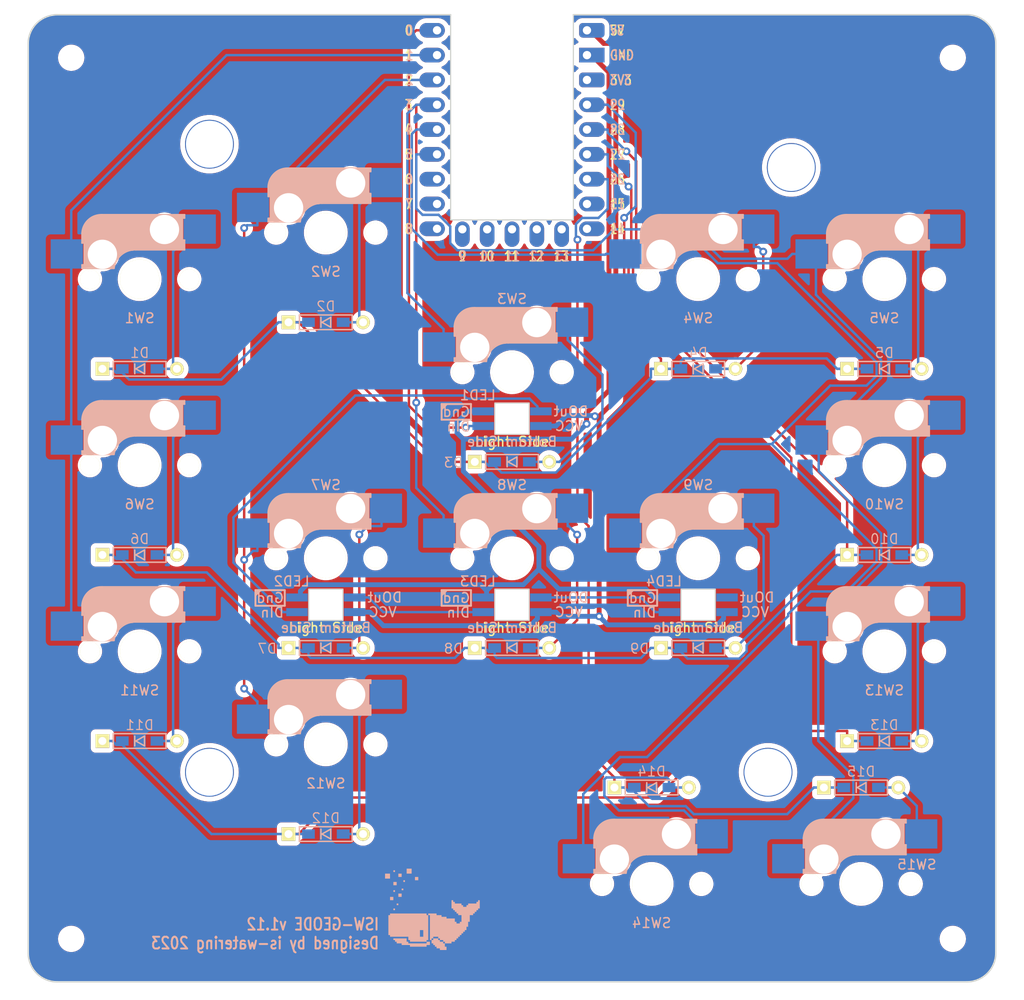
<source format=kicad_pcb>
(kicad_pcb (version 20221018) (generator pcbnew)
  (title_block (title "ISW-GEODE") (rev "1.11"))
  (layers (0 "F.Cu" signal) (31 "B.Cu" signal) (34 "B.Paste" user) (35 "F.Paste" user) (36 "B.SilkS" user "B.Silkscreen") (37 "F.SilkS" user "F.Silkscreen") (38 "B.Mask" user) (39 "F.Mask" user) (44 "Edge.Cuts" user))
  (net 0 "")
  (net 1 "Net-(D1-A)")
  (net 2 "Row0")
  (net 3 "Net-(D2-A)")
  (net 4 "Row1")
  (net 5 "Net-(D3-A)")
  (net 6 "Row2")
  (net 7 "Net-(D4-A)")
  (net 8 "Row3")
  (net 9 "Net-(D5-A)")
  (net 10 "Net-(D6-A)")
  (net 11 "Net-(D7-A)")
  (net 12 "Net-(D8-A)")
  (net 13 "Net-(D9-A)")
  (net 14 "Net-(D10-A)")
  (net 15 "Net-(D11-A)")
  (net 16 "Net-(D12-A)")
  (net 17 "Net-(D13-A)")
  (net 18 "Net-(D14-A)")
  (net 19 "Net-(D15-A)")
  (net 20 "+5V")
  (net 21 "Net-(LED1-DOUT)")
  (net 22 "GND")
  (net 23 "LED")
  (net 24 "Net-(LED2-DOUT)")
  (net 25 "Net-(LED3-DOUT)")
  (net 27 "Col0")
  (net 28 "Col1")
  (net 29 "Col2")
  (net 30 "Col3")
  (net 31 "Col4")
  (footprint "kbd_Parts:Diode_TH_SMD" (layer "F.Cu") (at 104.0512 61.4374)
    (fp_text reference "D4")
    (fp_text value "D" hide)
  )
  (footprint "kbd_Hole:m2_Spacer_Hole" (layer "F.Cu") (at 54.0449 102.7375)
    (fp_text reference "Ref04")
    (fp_text value "Val01")
  )
  (footprint "kbd_SW:CherryMX_Hotswap_1u" (layer "F.Cu") (at 123.1012 52.2562)
    (fp_text reference "SW5")
    (fp_text value "SW_Push" hide)
  )
  (footprint "kbd_Parts:Diode_TH_SMD" (layer "F.Cu") (at 46.9012 99.5374)
    (fp_text reference "D11")
    (fp_text value "D" hide)
  )
  (footprint "kbd_Parts:Diode_TH_SMD" (layer "F.Cu") (at 65.9512 90.0124)
    (fp_text reference "D7")
    (fp_text value "D" hide)
  )
  (footprint "kbd_Hole:m2_Spacer_Hole" (layer "F.Cu") (at 111.1949 102.7375)
    (fp_text reference "Ref03")
    (fp_text value "Val01")
  )
  (footprint "kbd_Parts:Diode_TH_SMD" (layer "F.Cu") (at 85.0012 70.9624)
    (fp_text reference "D3")
    (fp_text value "D" hide)
  )
  (footprint "kbd_Parts:LED_SK6812MINI-E_BL" (layer "F.Cu") (at 85.0012 85.5937)
    (fp_text reference "LED3")
    (fp_text value "LED_SK6812MINI-E")
    (fp_line (start -1.75 -1.6) (end 1.75 -1.6) (stroke (width 0.12)) (layer "Edge.Cuts"))
    (fp_line (start -1.75 1.6) (end -1.75 -1.6) (stroke (width 0.12)) (layer "Edge.Cuts"))
    (fp_line (start 1.75 -1.6) (end 1.75 1.6) (stroke (width 0.12)) (layer "Edge.Cuts"))
    (fp_line (start 1.75 1.6) (end -1.75 1.6) (stroke (width 0.12)) (layer "Edge.Cuts"))
  )
  (footprint "kbd_Parts:Diode_TH_SMD" (layer "F.Cu") (at 123.1012 61.4374)
    (fp_text reference "D5")
    (fp_text value "D" hide)
  )
  (footprint "kbd_SW:CherryMX_Hotswap_1u" (layer "F.Cu") (at 65.9512 47.4937)
    (fp_text reference "SW2")
    (fp_text value "SW_Push" hide)
  )
  (footprint "kbd_Parts:LED_SK6812MINI-E_BL" (layer "F.Cu") (at 65.9512 85.5937)
    (fp_text reference "LED2")
    (fp_text value "LED_SK6812MINI-E")
    (fp_line (start -1.75 -1.6) (end 1.75 -1.6) (stroke (width 0.12)) (layer "Edge.Cuts"))
    (fp_line (start -1.75 1.6) (end -1.75 -1.6) (stroke (width 0.12)) (layer "Edge.Cuts"))
    (fp_line (start 1.75 -1.6) (end 1.75 1.6) (stroke (width 0.12)) (layer "Edge.Cuts"))
    (fp_line (start 1.75 1.6) (end -1.75 1.6) (stroke (width 0.12)) (layer "Edge.Cuts"))
  )
  (footprint "kbd_Hole:m2_Spacer_Hole" (layer "F.Cu") (at 113.5762 40.825)
    (fp_text reference "Ref02")
    (fp_text value "Val01")
  )
  (footprint "kbd_Hole:m2_Screw_Hole" (layer "F.Cu") (at 39.9009 119.7936)
    (fp_text reference "Ref14")
    (fp_text value "Val02")
  )
  (footprint "kbd_Parts:LED_SK6812MINI-E_BL" (layer "F.Cu") (at 85.0012 66.5437)
    (fp_text reference "LED1")
    (fp_text value "LED_SK6812MINI-E")
    (fp_line (start -1.75 -1.6) (end 1.75 -1.6) (stroke (width 0.12)) (layer "Edge.Cuts"))
    (fp_line (start -1.75 1.6) (end -1.75 -1.6) (stroke (width 0.12)) (layer "Edge.Cuts"))
    (fp_line (start 1.75 -1.6) (end 1.75 1.6) (stroke (width 0.12)) (layer "Edge.Cuts"))
    (fp_line (start 1.75 1.6) (end -1.75 1.6) (stroke (width 0.12)) (layer "Edge.Cuts"))
  )
  (footprint "kbd_Parts:Diode_TH_SMD" (layer "F.Cu") (at 46.9012 80.4874)
    (fp_text reference "D6")
    (fp_text value "D" hide)
  )
  (footprint "kbd_Hole:m2_Screw_Hole" (layer "F.Cu") (at 130.1016 29.5937)
    (fp_text reference "Ref12")
    (fp_text value "Val02")
  )
  (footprint "kbd_Hole:m2_Spacer_Hole" (layer "F.Cu") (at 54.0449 38.4437)
    (fp_text reference "Ref01")
    (fp_text value "Val01")
  )
  (footprint "kbd_Parts:LED_SK6812MINI-E_BL" (layer "F.Cu") (at 104.0512 85.5937)
    (fp_text reference "LED4")
    (fp_text value "LED_SK6812MINI-E")
    (fp_line (start -1.75 -1.6) (end 1.75 -1.6) (stroke (width 0.12)) (layer "Edge.Cuts"))
    (fp_line (start -1.75 1.6) (end -1.75 -1.6) (stroke (width 0.12)) (layer "Edge.Cuts"))
    (fp_line (start 1.75 -1.6) (end 1.75 1.6) (stroke (width 0.12)) (layer "Edge.Cuts"))
    (fp_line (start 1.75 1.6) (end -1.75 1.6) (stroke (width 0.12)) (layer "Edge.Cuts"))
  )
  (footprint "kbd_Hole:m2_Screw_Hole" (layer "F.Cu") (at 130.1016 119.7936)
    (fp_text reference "Ref13")
    (fp_text value "Val02")
  )
  (footprint "kbd_Parts:Diode_TH_SMD" (layer "F.Cu") (at 123.1012 80.4874)
    (fp_text reference "D10")
    (fp_text value "D" hide)
  )
  (footprint "kbd_Parts:Diode_TH_SMD" (layer "F.Cu") (at 85.0012 90.0124)
    (fp_text reference "D8")
    (fp_text value "D" hide)
  )
  (footprint "kbd_Parts:Diode_TH_SMD" (layer "F.Cu") (at 99.2887 104.2999)
    (fp_text reference "D14")
    (fp_text value "D" hide)
  )
  (footprint "kbd_Parts:Diode_TH_SMD" (layer "F.Cu") (at 65.9512 56.6749)
    (fp_text reference "D2")
    (fp_text value "D" hide)
  )
  (footprint "kbd_SW:CherryMX_Hotswap_1u" (layer "F.Cu") (at 123.1012 71.3062)
    (fp_text reference "SW10")
    (fp_text value "SW_Push" hide)
  )
  (footprint "kbd_Parts:Diode_TH_SMD" (layer "F.Cu") (at 46.9012 61.4374)
    (fp_text reference "D1")
    (fp_text value "D" hide)
  )
  (footprint "kbd_Parts:Diode_TH_SMD" (layer "F.Cu") (at 123.1012 99.5374)
    (fp_text reference "D13")
    (fp_text value "D" hide)
  )
  (footprint "kbd_Parts:Diode_TH_SMD" (layer "F.Cu") (at 65.9512 109.0624)
    (fp_text reference "D12")
    (fp_text value "D" hide)
  )
  (footprint "kbd_SW:CherryMX_Hotswap_1u" (layer "F.Cu") (at 46.9012 71.3062)
    (fp_text reference "SW6")
    (fp_text value "SW_Push" hide)
  )
  (footprint "kbd_SW:CherryMX_Hotswap_1u" (layer "F.Cu") (at 46.9012 52.2562)
    (fp_text reference "SW1")
    (fp_text value "SW_Push" hide)
  )
  (footprint "kbd_Parts:Diode_TH_SMD" (layer "F.Cu") (at 104.0512 90.0124)
    (fp_text reference "D9")
    (fp_text value "D" hide)
  )
  (footprint "kbd_SW:CherryMX_Hotswap_1u" (layer "F.Cu") (at 65.9512 80.8312)
    (fp_text reference "SW7")
    (fp_text value "SW_Push" hide)
  )
  (footprint "kbd_SW:CherryMX_Hotswap_1u" (layer "F.Cu") (at 46.9012 90.3562)
    (fp_text reference "SW11")
    (fp_text value "SW_Push" hide)
  )
  (footprint "kbd_SW:CherryMX_Hotswap_1u" (layer "F.Cu") (at 120.7199 114.1687)
    (fp_text reference "SW15")
    (fp_text value "SW_Push" hide)
  )
  (footprint "kbd_SW:CherryMX_Hotswap_1u" (layer "F.Cu") (at 85.0012 61.7812)
    (fp_text reference "SW3")
    (fp_text value "SW_Push" hide)
  )
  (footprint "kbd_SW:CherryMX_Hotswap_1u" (layer "F.Cu") (at 123.1012 90.3562)
    (fp_text reference "SW13")
    (fp_text value "SW_Push" hide)
  )
  (footprint "kbd_SW:CherryMX_Hotswap_1u" (layer "F.Cu") (at 104.0512 80.8312)
    (fp_text reference "SW9")
    (fp_text value "SW_Push" hide)
  )
  (footprint "kbd_SW:CherryMX_Hotswap_1u" (layer "F.Cu") (at 65.9512 99.8812)
    (fp_text reference "SW12")
    (fp_text value "SW_Push" hide)
  )
  (footprint "kbd_Hole:m2_Screw_Hole" (layer "F.Cu") (at 39.9009 29.5937)
    (fp_text reference "Ref11")
    (fp_text value "Val02")
  )
  (footprint "kbd_SW:CherryMX_Hotswap_1u" (layer "F.Cu") (at 104.0512 52.2562)
    (fp_text reference "SW4")
    (fp_text value "SW_Push" hide)
  )
  (footprint "kbd_Parts:Diode_TH_SMD" (layer "F.Cu") (at 120.7199 104.2999)
    (fp_text reference "D15")
    (fp_text value "D" hide)
  )
  (footprint "kbd_SW:CherryMX_Hotswap_1u" (layer "F.Cu") (at 85.0012 80.8312)
    (fp_text reference "SW8")
    (fp_text value "SW_Push" hide)
  )
  (footprint "kbd_SW:CherryMX_Hotswap_1u" (layer "F.Cu") (at 99.2887 114.1687)
    (fp_text reference "SW14")
    (fp_text value "SW_Push" hide)
  )
  (footprint "isw-kbd:RP2040-Zero-THT" (layer "B.Cu") (at 85.0012 36.9437 180)
    (fp_text reference "U1" hide)
    (fp_text value "RP2040-Zero" hide)
    (fp_line (start -6.28 -9.25) (end 6.28 -9.25) (stroke (width 0.12)) (layer "Edge.Cuts"))
    (fp_line (start -6.28 11.75) (end -6.28 -9.25) (stroke (width 0.12)) (layer "Edge.Cuts"))
    (fp_line (start 6.28 -9.25) (end 6.28 11.75) (stroke (width 0.12)) (layer "Edge.Cuts"))
  )
  (footprint "isw-logo:logomark_m" (layer "B.Cu") (at 76.772198 117.195013 180)
    (fp_text reference "G***" hide)
    (fp_text value "LOGO" hide)
  )
  (gr_line (start 35.734415 122.379236) (end 35.681208 122.244387) (stroke (width 0.15)) (layer "Edge.Cuts"))
  (gr_line (start 134.208683 122.51078) (end 134.143083 122.638832) (stroke (width 0.15)) (layer "Edge.Cuts"))
  (gr_line (start 134.143083 26.748461) (end 134.208683 26.876516) (stroke (width 0.15)) (layer "Edge.Cuts"))
  (gr_line (start 133.308412 123.603283) (end 133.191953 123.68612) (stroke (width 0.15)) (layer "Edge.Cuts"))
  (gr_line (start 38.018833 124.159393) (end 37.872629 124.133255) (stroke (width 0.15)) (layer "Edge.Cuts"))
  (gr_line (start 133.823288 123.112379) (end 133.729925 123.220164) (stroke (width 0.15)) (layer "Edge.Cuts"))
  (gr_line (start 36.179393 26.274911) (end 36.272769 26.167127) (stroke (width 0.15)) (layer "Edge.Cuts"))
  (gr_line (start 36.474315 123.421702) (end 36.371146 123.323335) (stroke (width 0.15)) (layer "Edge.Cuts"))
  (gr_line (start 37.183705 123.900578) (end 37.055649 123.834955) (stroke (width 0.15)) (layer "Edge.Cuts"))
  (gr_line (start 133.308412 25.78402) (end 133.420626 25.872218) (stroke (width 0.15)) (layer "Edge.Cuts"))
  (gr_line (start 132.273536 124.100069) (end 132.129831 124.133255) (stroke (width 0.15)) (layer "Edge.Cuts"))
  (gr_line (start 131.684069 124.189773) (end 131.531222 124.193641) (stroke (width 0.15)) (layer "Edge.Cuts"))
  (gr_line (start 36.810752 25.701185) (end 36.93126 25.623903) (stroke (width 0.15)) (layer "Edge.Cuts"))
  (gr_line (start 36.179404 123.112379) (end 36.091205 123.000166) (stroke (width 0.15)) (layer "Edge.Cuts"))
  (gr_line (start 133.528407 25.965593) (end 133.631569 26.063959) (stroke (width 0.15)) (layer "Edge.Cuts"))
  (gr_line (start 134.368061 122.106421) (end 134.321359 122.244387) (stroke (width 0.15)) (layer "Edge.Cuts"))
  (gr_line (start 133.729925 26.167127) (end 133.823288 26.274911) (stroke (width 0.15)) (layer "Edge.Cuts"))
  (gr_line (start 134.071556 26.624085) (end 134.143083 26.748461) (stroke (width 0.15)) (layer "Edge.Cuts"))
  (gr_line (start 131.983561 124.159393) (end 131.834911 124.178295) (stroke (width 0.15)) (layer "Edge.Cuts"))
  (gr_line (start 134.143083 122.638832) (end 134.071556 122.763205) (stroke (width 0.15)) (layer "Edge.Cuts"))
  (gr_line (start 37.588066 25.327308) (end 37.72897 25.287264) (stroke (width 0.15)) (layer "Edge.Cuts"))
  (gr_line (start 133.420626 123.515081) (end 133.308412 123.603283) (stroke (width 0.15)) (layer "Edge.Cuts"))
  (gr_line (start 133.994291 26.503577) (end 134.071556 26.624085) (stroke (width 0.15)) (layer "Edge.Cuts"))
  (gr_line (start 134.441261 121.821886) (end 134.408091 121.965525) (stroke (width 0.15)) (layer "Edge.Cuts"))
  (gr_line (start 133.823288 26.274911) (end 133.911472 26.387123) (stroke (width 0.15)) (layer "Edge.Cuts"))
  (gr_line (start 134.268171 122.379236) (end 134.208683 122.51078) (stroke (width 0.15)) (layer "Edge.Cuts"))
  (gr_line (start 132.414489 25.327308) (end 132.552503 25.374028) (stroke (width 0.15)) (layer "Edge.Cuts"))
  (gr_line (start 35.535122 27.711649) (end 35.561257 27.565444) (stroke (width 0.15)) (layer "Edge.Cuts"))
  (gr_line (start 36.27278 123.220164) (end 36.179404 123.112379) (stroke (width 0.15)) (layer "Edge.Cuts"))
  (gr_line (start 131.531222 25.1937) (end 131.684069 25.197568) (stroke (width 0.15)) (layer "Edge.Cuts"))
  (gr_line (start 35.634488 122.106421) (end 35.594443 121.965525) (stroke (width 0.15)) (layer "Edge.Cuts"))
  (gr_line (start 36.582086 25.872218) (end 36.694298 25.78402) (stroke (width 0.15)) (layer "Edge.Cuts"))
  (gr_line (start 38.318161 25.197568) (end 38.470917 25.1937) (stroke (width 0.15)) (layer "Edge.Cuts"))
  (gr_line (start 35.500878 121.223647) (end 35.500878 28.163739) (stroke (width 0.15)) (layer "Edge.Cuts"))
  (gr_line (start 134.497747 28.010984) (end 134.501612 28.163739) (stroke (width 0.15)) (layer "Edge.Cuts"))
  (gr_line (start 133.071434 123.763407) (end 132.947043 123.834955) (stroke (width 0.15)) (layer "Edge.Cuts"))
  (gr_line (start 36.371134 26.063959) (end 36.474302 25.965593) (stroke (width 0.15)) (layer "Edge.Cuts"))
  (gr_line (start 36.810766 123.68612) (end 36.694312 123.603283) (stroke (width 0.15)) (layer "Edge.Cuts"))
  (gr_line (start 35.931086 122.763205) (end 35.859541 122.638832) (stroke (width 0.15)) (layer "Edge.Cuts"))
  (gr_line (start 38.167402 25.209045) (end 38.318161 25.197568) (stroke (width 0.15)) (layer "Edge.Cuts"))
  (gr_line (start 38.470917 25.1937) (end 78.7212 25.1937) (stroke (width 0.15)) (layer "Edge.Cuts"))
  (gr_line (start 133.911472 26.387123) (end 133.994291 26.503577) (stroke (width 0.15)) (layer "Edge.Cuts"))
  (gr_line (start 134.497747 121.376385) (end 134.486276 121.527129) (stroke (width 0.15)) (layer "Edge.Cuts"))
  (gr_line (start 91.2812 25.1937) (end 131.531222 25.1937) (stroke (width 0.15)) (layer "Edge.Cuts"))
  (gr_line (start 134.071556 122.763205) (end 133.994291 122.883712) (stroke (width 0.15)) (layer "Edge.Cuts"))
  (gr_line (start 133.071434 25.623903) (end 133.191953 25.701185) (stroke (width 0.15)) (layer "Edge.Cuts"))
  (gr_line (start 134.486276 121.527129) (end 134.467384 121.675692) (stroke (width 0.15)) (layer "Edge.Cuts"))
  (gr_line (start 35.634486 27.280891) (end 35.681205 27.142918) (stroke (width 0.15)) (layer "Edge.Cuts"))
  (gr_line (start 37.872629 124.133255) (end 37.728981 124.100069) (stroke (width 0.15)) (layer "Edge.Cuts"))
  (gr_line (start 37.728981 124.100069) (end 37.588078 124.060021) (stroke (width 0.15)) (layer "Edge.Cuts"))
  (gr_line (start 35.504746 28.010984) (end 35.516223 27.860225) (stroke (width 0.15)) (layer "Edge.Cuts"))
  (gr_line (start 133.911472 123.000166) (end 133.823288 123.112379) (stroke (width 0.15)) (layer "Edge.Cuts"))
  (gr_line (start 35.793922 122.51078) (end 35.734415 122.379236) (stroke (width 0.15)) (layer "Edge.Cuts"))
  (gr_line (start 37.055649 123.834955) (end 36.931274 123.763407) (stroke (width 0.15)) (layer "Edge.Cuts"))
  (gr_line (start 131.834911 25.209045) (end 131.983561 25.227945) (stroke (width 0.15)) (layer "Edge.Cuts"))
  (gr_line (start 133.420626 25.872218) (end 133.528407 25.965593) (stroke (width 0.15)) (layer "Edge.Cuts"))
  (gr_line (start 132.687391 123.960088) (end 132.552503 124.013298) (stroke (width 0.15)) (layer "Edge.Cuts"))
  (gr_line (start 132.129831 124.133255) (end 131.983561 124.159393) (stroke (width 0.15)) (layer "Edge.Cuts"))
  (gr_line (start 35.516223 121.527129) (end 35.504746 121.376385) (stroke (width 0.15)) (layer "Edge.Cuts"))
  (gr_line (start 134.501612 28.163739) (end 134.501612 121.223647) (stroke (width 0.15)) (layer "Edge.Cuts"))
  (gr_line (start 132.414489 124.060021) (end 132.273536 124.100069) (stroke (width 0.15)) (layer "Edge.Cuts"))
  (gr_line (start 35.859541 122.638832) (end 35.793922 122.51078) (stroke (width 0.15)) (layer "Edge.Cuts"))
  (gr_line (start 36.582099 123.515081) (end 36.474315 123.421702) (stroke (width 0.15)) (layer "Edge.Cuts"))
  (gr_line (start 134.268171 27.008064) (end 134.321359 27.142918) (stroke (width 0.15)) (layer "Edge.Cuts"))
  (gr_line (start 38.318164 124.189773) (end 38.167407 124.178295) (stroke (width 0.15)) (layer "Edge.Cuts"))
  (gr_line (start 36.272769 26.167127) (end 36.371134 26.063959) (stroke (width 0.15)) (layer "Edge.Cuts"))
  (gr_line (start 35.594443 121.965525) (end 35.561259 121.821886) (stroke (width 0.15)) (layer "Edge.Cuts"))
  (gr_line (start 38.470917 124.193641) (end 38.318164 124.189773) (stroke (width 0.15)) (layer "Edge.Cuts"))
  (gr_line (start 37.450106 124.013298) (end 37.315253 123.960088) (stroke (width 0.15)) (layer "Edge.Cuts"))
  (gr_line (start 36.008361 26.503577) (end 36.091195 26.387123) (stroke (width 0.15)) (layer "Edge.Cuts"))
  (gr_line (start 37.872619 25.25408) (end 38.018826 25.227945) (stroke (width 0.15)) (layer "Edge.Cuts"))
  (gr_line (start 35.859535 26.748461) (end 35.931079 26.624085) (stroke (width 0.15)) (layer "Edge.Cuts"))
  (gr_line (start 134.408091 121.965525) (end 134.368061 122.106421) (stroke (width 0.15)) (layer "Edge.Cuts"))
  (gr_line (start 37.450093 25.374028) (end 37.588066 25.327308) (stroke (width 0.15)) (layer "Edge.Cuts"))
  (gr_line (start 133.528407 123.421702) (end 133.420626 123.515081) (stroke (width 0.15)) (layer "Edge.Cuts"))
  (gr_line (start 133.729925 123.220164) (end 133.631569 123.323335) (stroke (width 0.15)) (layer "Edge.Cuts"))
  (gr_line (start 134.321359 27.142918) (end 134.368061 27.280891) (stroke (width 0.15)) (layer "Edge.Cuts"))
  (gr_line (start 37.315239 25.427234) (end 37.450093 25.374028) (stroke (width 0.15)) (layer "Edge.Cuts"))
  (gr_line (start 132.552503 124.013298) (end 132.414489 124.060021) (stroke (width 0.15)) (layer "Edge.Cuts"))
  (gr_line (start 35.561259 121.821886) (end 35.535123 121.675692) (stroke (width 0.15)) (layer "Edge.Cuts"))
  (gr_line (start 36.931274 123.763407) (end 36.810766 123.68612) (stroke (width 0.15)) (layer "Edge.Cuts"))
  (gr_line (start 134.408091 27.421795) (end 134.441261 27.565444) (stroke (width 0.15)) (layer "Edge.Cuts"))
  (gr_line (start 35.504746 121.376385) (end 35.500878 121.223647) (stroke (width 0.15)) (layer "Edge.Cuts"))
  (gr_line (start 132.552503 25.374028) (end 132.687391 25.427234) (stroke (width 0.15)) (layer "Edge.Cuts"))
  (gr_line (start 36.93126 25.623903) (end 37.055635 25.552358) (stroke (width 0.15)) (layer "Edge.Cuts"))
  (gr_line (start 132.818967 25.48674) (end 132.947043 25.552358) (stroke (width 0.15)) (layer "Edge.Cuts"))
  (gr_line (start 134.486276 27.860225) (end 134.497747 28.010984) (stroke (width 0.15)) (layer "Edge.Cuts"))
  (gr_line (start 133.631569 26.063959) (end 133.729925 26.167127) (stroke (width 0.15)) (layer "Edge.Cuts"))
  (gr_line (start 37.183691 25.48674) (end 37.315239 25.427234) (stroke (width 0.15)) (layer "Edge.Cuts"))
  (gr_line (start 35.500878 28.163739) (end 35.504746 28.010984) (stroke (width 0.15)) (layer "Edge.Cuts"))
  (gr_line (start 35.561257 27.565444) (end 35.594441 27.421795) (stroke (width 0.15)) (layer "Edge.Cuts"))
  (gr_line (start 36.371146 123.323335) (end 36.27278 123.220164) (stroke (width 0.15)) (layer "Edge.Cuts"))
  (gr_line (start 133.631569 123.323335) (end 133.528407 123.421702) (stroke (width 0.15)) (layer "Edge.Cuts"))
  (gr_line (start 35.793916 26.876516) (end 35.859535 26.748461) (stroke (width 0.15)) (layer "Edge.Cuts"))
  (gr_line (start 36.091205 123.000166) (end 36.00837 122.883712) (stroke (width 0.15)) (layer "Edge.Cuts"))
  (gr_line (start 35.681208 122.244387) (end 35.634488 122.106421) (stroke (width 0.15)) (layer "Edge.Cuts"))
  (gr_line (start 131.834911 124.178295) (end 131.684069 124.189773) (stroke (width 0.15)) (layer "Edge.Cuts"))
  (gr_line (start 133.191953 123.68612) (end 133.071434 123.763407) (stroke (width 0.15)) (layer "Edge.Cuts"))
  (gr_line (start 37.72897 25.287264) (end 37.872619 25.25408) (stroke (width 0.15)) (layer "Edge.Cuts"))
  (gr_line (start 132.947043 123.834955) (end 132.818967 123.900578) (stroke (width 0.15)) (layer "Edge.Cuts"))
  (gr_line (start 132.129831 25.25408) (end 132.273536 25.287264) (stroke (width 0.15)) (layer "Edge.Cuts"))
  (gr_line (start 35.73441 27.008064) (end 35.793916 26.876516) (stroke (width 0.15)) (layer "Edge.Cuts"))
  (gr_line (start 37.055635 25.552358) (end 37.183691 25.48674) (stroke (width 0.15)) (layer "Edge.Cuts"))
  (gr_line (start 38.167407 124.178295) (end 38.018833 124.159393) (stroke (width 0.15)) (layer "Edge.Cuts"))
  (gr_line (start 37.315253 123.960088) (end 37.183705 123.900578) (stroke (width 0.15)) (layer "Edge.Cuts"))
  (gr_line (start 132.947043 25.552358) (end 133.071434 25.623903) (stroke (width 0.15)) (layer "Edge.Cuts"))
  (gr_line (start 36.474302 25.965593) (end 36.582086 25.872218) (stroke (width 0.15)) (layer "Edge.Cuts"))
  (gr_line (start 134.467384 121.675692) (end 134.441261 121.821886) (stroke (width 0.15)) (layer "Edge.Cuts"))
  (gr_line (start 131.983561 25.227945) (end 132.129831 25.25408) (stroke (width 0.15)) (layer "Edge.Cuts"))
  (gr_line (start 38.018826 25.227945) (end 38.167402 25.209045) (stroke (width 0.15)) (layer "Edge.Cuts"))
  (gr_line (start 134.501612 121.223647) (end 134.497747 121.376385) (stroke (width 0.15)) (layer "Edge.Cuts"))
  (gr_line (start 35.516223 27.860225) (end 35.535122 27.711649) (stroke (width 0.15)) (layer "Edge.Cuts"))
  (gr_line (start 131.531222 124.193641) (end 38.470917 124.193641) (stroke (width 0.15)) (layer "Edge.Cuts"))
  (gr_line (start 134.368061 27.280891) (end 134.408091 27.421795) (stroke (width 0.15)) (layer "Edge.Cuts"))
  (gr_line (start 35.681205 27.142918) (end 35.73441 27.008064) (stroke (width 0.15)) (layer "Edge.Cuts"))
  (gr_line (start 134.467384 27.711649) (end 134.486276 27.860225) (stroke (width 0.15)) (layer "Edge.Cuts"))
  (gr_line (start 133.994291 122.883712) (end 133.911472 123.000166) (stroke (width 0.15)) (layer "Edge.Cuts"))
  (gr_line (start 134.208683 26.876516) (end 134.268171 27.008064) (stroke (width 0.15)) (layer "Edge.Cuts"))
  (gr_line (start 35.931079 26.624085) (end 36.008361 26.503577) (stroke (width 0.15)) (layer "Edge.Cuts"))
  (gr_line (start 36.694312 123.603283) (end 36.582099 123.515081) (stroke (width 0.15)) (layer "Edge.Cuts"))
  (gr_line (start 134.441261 27.565444) (end 134.467384 27.711649) (stroke (width 0.15)) (layer "Edge.Cuts"))
  (gr_line (start 36.091195 26.387123) (end 36.179393 26.274911) (stroke (width 0.15)) (layer "Edge.Cuts"))
  (gr_line (start 35.594441 27.421795) (end 35.634486 27.280891) (stroke (width 0.15)) (layer "Edge.Cuts"))
  (gr_line (start 132.273536 25.287264) (end 132.414489 25.327308) (stroke (width 0.15)) (layer "Edge.Cuts"))
  (gr_line (start 132.687391 25.427234) (end 132.818967 25.48674) (stroke (width 0.15)) (layer "Edge.Cuts"))
  (gr_line (start 134.321359 122.244387) (end 134.268171 122.379236) (stroke (width 0.15)) (layer "Edge.Cuts"))
  (gr_line (start 131.684069 25.197568) (end 131.834911 25.209045) (stroke (width 0.15)) (layer "Edge.Cuts"))
  (gr_line (start 132.818967 123.900578) (end 132.687391 123.960088) (stroke (width 0.15)) (layer "Edge.Cuts"))
  (gr_line (start 36.694298 25.78402) (end 36.810752 25.701185) (stroke (width 0.15)) (layer "Edge.Cuts"))
  (gr_line (start 35.535123 121.675692) (end 35.516223 121.527129) (stroke (width 0.15)) (layer "Edge.Cuts"))
  (gr_line (start 36.00837 122.883712) (end 35.931086 122.763205) (stroke (width 0.15)) (layer "Edge.Cuts"))
  (gr_line (start 37.588078 124.060021) (end 37.450106 124.013298) (stroke (width 0.15)) (layer "Edge.Cuts"))
  (gr_line (start 133.191953 25.701185) (end 133.308412 25.78402) (stroke (width 0.15)) (layer "Edge.Cuts"))
  (gr_text "ISW-GEODE v1.12\nDesigned by is-watering 2023" (at 71.509698 120.935308) (layer "B.SilkS") (effects (font (size 1.2 1) (thickness 0.2) bold) (justify left bottom mirror)))
  (segment (start 50.3262 49.4112) (end 52.6012 47.1362) (width 0.25) (layer "B.Cu") (net 1))
  (segment (start 50.3262 61.4374) (end 50.3262 49.4112) (width 0.25) (layer "B.Cu") (net 1))
  (segment (start 50.3262 61.4374) (end 48.6762 61.4374) (width 0.25) (layer "B.Cu") (net 1))
  (segment (start 50.7112 61.4374) (end 50.3262 61.4374) (width 0.25) (layer "B.Cu") (net 1))
  (segment (start 62.1412 56.6749) (end 63.1666 56.6749) (width 0.25) (layer "F.Cu") (net 2))
  (segment (start 63.1666 56.6749) (end 77.4541 70.9624) (width 0.25) (layer "F.Cu") (net 2))
  (segment (start 77.4541 70.9624) (end 81.1912 70.9624) (width 0.25) (layer "F.Cu") (net 2))
  (segment (start 100.2412 61.4374) (end 100.2412 60.412) (width 0.25) (layer "F.Cu") (net 2))
  (segment (start 96.4774 56.6482) (end 100.2412 60.412) (width 0.25) (layer "F.Cu") (net 2))
  (segment (start 96.4774 45.9829) (end 96.4774 56.6482) (width 0.25) (layer "F.Cu") (net 2))
  (via (at 96.4774 45.9829) (size 0.8) (drill 0.4) (layers "F.Cu" "B.Cu") (net 2))
  (segment (start 83.2262 71.3633) (end 82.6175 71.3633) (width 0.25) (layer "B.Cu") (net 2))
  (segment (start 83.9211 72.0582) (end 89.4944 72.0582) (width 0.25) (layer "B.Cu") (net 2))
  (segment (start 83.2262 70.9624) (end 83.2262 71.3633) (width 0.25) (layer "B.Cu") (net 2))
  (segment (start 61.1158 56.6749) (end 55.2575 62.5332) (width 0.25) (layer "B.Cu") (net 2))
  (segment (start 100.2412 61.4374) (end 99.2158 61.4374) (width 0.25) (layer "B.Cu") (net 2))
  (segment (start 94.7981 34.4037) (end 97.6578 37.2634) (width 0.25) (layer "B.Cu") (net 2))
  (segment (start 102.2762 61.4374) (end 101.2993 61.4374) (width 0.25) (layer "B.Cu") (net 2))
  (segment (start 44.5175 61.8383) (end 44.1166 61.4374) (width 0.25) (layer "B.Cu") (net 2))
  (segment (start 45.8211 62.5332) (end 45.1262 61.8383) (width 0.25) (layer "B.Cu") (net 2))
  (segment (start 119.2912 61.4374) (end 118.2658 61.4374) (width 0.25) (layer "B.Cu") (net 2))
  (segment (start 62.1412 56.6749) (end 61.1158 56.6749) (width 0.25) (layer "B.Cu") (net 2))
  (segment (start 121.3262 61.4374) (end 119.2912 61.4374) (width 0.25) (layer "B.Cu") (net 2))
  (segment (start 55.2575 62.5332) (end 45.8211 62.5332) (width 0.25) (layer "B.Cu") (net 2))
  (segment (start 45.1262 61.8383) (end 44.5175 61.8383) (width 0.25) (layer "B.Cu") (net 2))
  (segment (start 118.2658 61.4374) (end 117.2017 60.3733) (width 0.25) (layer "B.Cu") (net 2))
  (segment (start 97.6578 37.2634) (end 97.6578 44.8025) (width 0.25) (layer "B.Cu") (net 2))
  (segment (start 101.2993 61.4374) (end 100.2412 61.4374) (width 0.25) (layer "B.Cu") (net 2))
  (segment (start 43.0912 61.4374) (end 44.1166 61.4374) (width 0.25) (layer "B.Cu") (net 2))
  (segment (start 45.1262 61.4374) (end 45.1262 61.8383) (width 0.25) (layer "B.Cu") (net 2))
  (segment (start 92.6712 34.4037) (end 94.7981 34.4037) (width 0.25) (layer "B.Cu") (net 2))
  (segment (start 83.2262 71.3633) (end 83.9211 72.0582) (width 0.25) (layer "B.Cu") (net 2))
  (segment (start 102.2762 61.4374) (end 102.2762 60.6355) (width 0.25) (layer "B.Cu") (net 2))
  (segment (start 82.6175 71.3633) (end 82.2166 70.9624) (width 0.25) (layer "B.Cu") (net 2))
  (segment (start 117.2017 60.3733) (end 102.5384 60.3733) (width 0.25) (layer "B.Cu") (net 2))
  (segment (start 97.6578 44.8025) (end 96.4774 45.9829) (width 0.25) (layer "B.Cu") (net 2))
  (segment (start 102.5384 60.3733) (end 102.2762 60.6355) (width 0.25) (layer "B.Cu") (net 2))
  (segment (start 89.4944 72.0582) (end 99.2158 62.3368) (width 0.25) (layer "B.Cu") (net 2))
  (segment (start 64.1762 56.6749) (end 62.1412 56.6749) (width 0.25) (layer "B.Cu") (net 2))
  (segment (start 81.1912 70.9624) (end 82.2166 70.9624) (width 0.25) (layer "B.Cu") (net 2))
  (segment (start 99.2158 62.3368) (end 99.2158 61.4374) (width 0.25) (layer "B.Cu") (net 2))
  (segment (start 69.7612 56.6749) (end 69.3762 56.6749) (width 0.25) (layer "B.Cu") (net 3))
  (segment (start 69.3762 44.6487) (end 71.6512 42.3737) (width 0.25) (layer "B.Cu") (net 3))
  (segment (start 69.3762 56.6749) (end 69.3762 44.6487) (width 0.25) (layer "B.Cu") (net 3))
  (segment (start 69.3762 56.6749) (end 67.7262 56.6749) (width 0.25) (layer "B.Cu") (net 3))
  (segment (start 97.7088 40.18) (end 97.7088 50.5627) (width 0.25) (layer "F.Cu") (net 4))
  (segment (start 97.3886 52.9967) (end 119.2912 74.8993) (width 0.25) (layer "F.Cu") (net 4))
  (segment (start 96.7049 39.1761) (end 97.7088 40.18) (width 0.25) (layer "F.Cu") (net 4))
  (segment (start 119.2912 74.8993) (end 119.2912 80.4874) (width 0.25) (layer "F.Cu") (net 4))
  (segment (start 97.3886 50.8829) (end 97.3886 52.9967) (width 0.25) (layer "F.Cu") (net 4))
  (segment (start 97.7088 50.5627) (end 97.3886 50.8829) (width 0.25) (layer "F.Cu") (net 4))
  (via (at 96.7049 39.1761) (size 0.8) (drill 0.4) (layers "F.Cu" "B.Cu") (net 4))
  (segment (start 83.2262 90.4117) (end 82.6159 90.4117) (width 0.25) (layer "B.Cu") (net 4))
  (segment (start 45.1262 80.8883) (end 44.5175 80.8883) (width 0.25) (layer "B.Cu") (net 4))
  (segment (start 64.1762 90.0124) (end 64.1762 90.4133) (width 0.25) (layer "B.Cu") (net 4))
  (segment (start 44.5175 80.8883) (end 44.1166 80.4874) (width 0.25) (layer "B.Cu") (net 4))
  (segment (start 46.5161 82.2783) (end 46.5161 82.2782) (width 0.25) (layer "B.Cu") (net 4))
  (segment (start 98.1904 91.0378) (end 83.4497 91.0378) (width 0.25) (layer "B.Cu") (net 4))
  (segment (start 62.1412 90.0124) (end 61.1158 90.0124) (width 0.25) (layer "B.Cu") (net 4))
  (segment (start 121.3262 80.4874) (end 119.2912 80.4874) (width 0.25) (layer "B.Cu") (net 4))
  (segment (start 94.7981 36.9437) (end 94.7981 37.2693) (width 0.25) (layer "B.Cu") (net 4))
  (segment (start 102.9694 91.1065) (end 102.2762 90.4133) (width 0.25) (layer "B.Cu") (net 4))
  (segment (start 99.2158 90.0124) (end 98.1904 91.0378) (width 0.25) (layer "B.Cu") (net 4))
  (segment (start 64.1762 90.4133) (end 64.1762 90.8143) (width 0.25) (layer "B.Cu") (net 4))
  (segment (start 81.1912 90.0124) (end 82.2166 90.0124) (width 0.25) (layer "B.Cu") (net 4))
  (segment (start 92.6712 36.9437) (end 94.7981 36.9437) (width 0.25) (layer "B.Cu") (net 4))
  (segment (start 46.5161 82.2782) (end 45.1262 80.8883) (width 0.25) (layer "B.Cu") (net 4))
  (segment (start 118.2658 80.4874) (end 109.013 89.7402) (width 0.25) (layer "B.Cu") (net 4))
  (segment (start 94.7981 37.2693) (end 96.7049 39.1761) (width 0.25) (layer "B.Cu") (net 4))
  (segment (start 109.013 90.3532) (end 108.2597 91.1065) (width 0.25) (layer "B.Cu") (net 4))
  (segment (start 102.2762 90.0124) (end 102.2762 90.4133) (width 0.25) (layer "B.Cu") (net 4))
  (segment (start 83.4497 91.0378) (end 83.2262 90.8143) (width 0.25) (layer "B.Cu") (net 4))
  (segment (start 82.6159 90.4117) (end 82.2166 90.0124) (width 0.25) (layer "B.Cu") (net 4))
  (segment (start 100.2412 90.0124) (end 99.2158 90.0124) (width 0.25) (layer "B.Cu") (net 4))
  (segment (start 102.2762 90.4133) (end 101.6675 90.4133) (width 0.25) (layer "B.Cu") (net 4))
  (segment (start 101.6675 90.4133) (end 101.2666 90.0124) (width 0.25) (layer "B.Cu") (net 4))
  (segment (start 100.2412 90.0124) (end 101.2666 90.0124) (width 0.25) (layer "B.Cu") (net 4))
  (segment (start 62.1412 90.0124) (end 63.1666 90.0124) (width 0.25) (layer "B.Cu") (net 4))
  (segment (start 64.1762 90.8143) (end 64.3997 91.0378) (width 0.25) (layer "B.Cu") (net 4))
  (segment (start 79.1404 91.0378) (end 80.1658 90.0124) (width 0.25) (layer "B.Cu") (net 4))
  (segment (start 83.2262 90.4117) (end 83.2262 90.8143) (width 0.25) (layer "B.Cu") (net 4))
  (segment (start 81.1912 90.0124) (end 80.1658 90.0124) (width 0.25) (layer "B.Cu") (net 4))
  (segment (start 61.1158 89.6279) (end 53.7662 82.2783) (width 0.25) (layer "B.Cu") (net 4))
  (segment (start 45.1262 80.4874) (end 45.1262 80.8883) (width 0.25) (layer "B.Cu") (net 4))
  (segment (start 108.2597 91.1065) (end 102.9694 91.1065) (width 0.25) (layer "B.Cu") (net 4))
  (segment (start 64.3997 91.0378) (end 79.1404 91.0378) (width 0.25) (layer "B.Cu") (net 4))
  (segment (start 83.2262 90.0124) (end 83.2262 90.4117) (width 0.25) (layer "B.Cu") (net 4))
  (segment (start 61.1158 90.0124) (end 61.1158 89.6279) (width 0.25) (layer "B.Cu") (net 4))
  (segment (start 64.1762 90.4133) (end 63.5675 90.4133) (width 0.25) (layer "B.Cu") (net 4))
  (segment (start 119.2912 80.4874) (end 118.2658 80.4874) (width 0.25) (layer "B.Cu") (net 4))
  (segment (start 53.7662 82.2783) (end 46.5161 82.2783) (width 0.25) (layer "B.Cu") (net 4))
  (segment (start 63.5675 90.4133) (end 63.1666 90.0124) (width 0.25) (layer "B.Cu") (net 4))
  (segment (start 109.013 89.7402) (end 109.013 90.3532) (width 0.25) (layer "B.Cu") (net 4))
  (segment (start 43.0912 80.4874) (end 44.1166 80.4874) (width 0.25) (layer "B.Cu") (net 4))
  (segment (start 90.7012 56.6612) (end 90.7012 58.4881) (width 0.25) (layer "B.Cu") (net 5))
  (segment (start 86.7762 70.9624) (end 88.8112 70.9624) (width 0.25) (layer "B.Cu") (net 5))
  (segment (start 89.86 70.9624) (end 94.2561 66.5663) (width 0.25) (layer "B.Cu") (net 5))
  (segment (start 88.8112 70.9624) (end 89.86 70.9624) (width 0.25) (layer "B.Cu") (net 5))
  (segment (start 94.2561 66.5663) (end 94.2561 62.043) (width 0.25) (layer "B.Cu") (net 5))
  (segment (start 94.2561 62.043) (end 90.7012 58.4881) (width 0.25) (layer "B.Cu") (net 5))
  (segment (start 119.2912 98.512) (end 106.6578 98.512) (width 0.25) (layer "F.Cu") (net 6))
  (segment (start 66.9037 105.3253) (end 63.1666 109.0624) (width 0.25) (layer "F.Cu") (net 6))
  (segment (start 97.2044 43.0569) (end 97.2044 49.7911) (width 0.25) (layer "F.Cu") (net 6))
  (segment (start 96.9309 53.9102) (end 113.5762 70.5555) (width 0.25) (layer "F.Cu") (net 6))
  (segment (start 99.8445 105.3253) (end 66.9037 105.3253) (width 0.25) (layer "F.Cu") (net 6))
  (segment (start 113.5762 70.5555) (end 113.5762 91.5936) (width 0.25) (layer "F.Cu") (net 6))
  (segment (start 119.2912 99.5374) (end 119.2912 98.512) (width 0.25) (layer "F.Cu") (net 6))
  (segment (start 62.1412 109.0624) (end 63.1666 109.0624) (width 0.25) (layer "F.Cu") (net 6))
  (segment (start 106.6578 98.512) (end 99.8445 105.3253) (width 0.25) (layer "F.Cu") (net 6))
  (segment (start 97.2044 49.7911) (end 96.9309 50.0646) (width 0.25) (layer "F.Cu") (net 6))
  (segment (start 113.5762 91.5936) (end 106.6578 98.512) (width 0.25) (layer "F.Cu") (net 6))
  (segment (start 96.9309 50.0646) (end 96.9309 53.9102) (width 0.25) (layer "F.Cu") (net 6))
  (segment (start 96.9309 42.7834) (end 97.2044 43.0569) (width 0.25) (layer "F.Cu") (net 6))
  (via (at 96.9309 42.7834) (size 0.8) (drill 0.4) (layers "F.Cu" "B.Cu") (net 6))
  (segment (start 45.1262 99.9383) (end 44.5175 99.9383) (width 0.25) (layer "B.Cu") (net 6))
  (segment (start 45.1262 99.5374) (end 45.1262 99.9383) (width 0.25) (layer "B.Cu") (net 6))
  (segment (start 44.5175 99.9383) (end 44.1166 99.5374) (width 0.25) (layer "B.Cu") (net 6))
  (segment (start 64.1762 109.0624) (end 62.1412 109.0624) (width 0.25) (layer "B.Cu") (net 6))
  (segment (start 62.1412 109.0624) (end 54.2503 109.0624) (width 0.25) (layer "B.Cu") (net 6))
  (segment (start 54.2503 109.0624) (end 45.1262 99.9383) (width 0.25) (layer "B.Cu") (net 6))
  (segment (start 119.2912 99.5374) (end 121.3262 99.5374) (width 0.25) (layer "B.Cu") (net 6))
  (segment (start 92.6712 39.4837) (end 94.7981 39.4837) (width 0.25) (layer "B.Cu") (net 6))
  (segment (start 94.7981 39.4837) (end 94.7981 40.6506) (width 0.25) (layer "B.Cu") (net 6))
  (segment (start 43.0912 99.5374) (end 44.1166 99.5374) (width 0.25) (layer "B.Cu") (net 6))
  (segment (start 94.7981 40.6506) (end 96.9309 42.7834) (width 0.25) (layer "B.Cu") (net 6))
  (segment (start 107.8612 61.4374) (end 110.7081 58.5905) (width 0.25) (layer "F.Cu") (net 7))
  (segment (start 110.7081 58.5905) (end 110.7081 49.4415) (width 0.25) (layer "F.Cu") (net 7))
  (via (at 110.7081 49.4415) (size 0.8) (drill 0.4) (layers "F.Cu" "B.Cu") (net 7))
  (segment (start 109.7512 47.1362) (end 109.7512 48.9631) (width 0.25) (layer "B.Cu") (net 7))
  (segment (start 110.2297 48.9631) (end 110.7081 49.4415) (width 0.25) (layer "B.Cu") (net 7))
  (segment (start 109.7512 48.9631) (end 110.2297 48.9631) (width 0.25) (layer "B.Cu") (net 7))
  (segment (start 107.8612 61.4374) (end 105.8262 61.4374) (width 0.25) (layer "B.Cu") (net 7))
  (segment (start 95.4787 103.2745) (end 92.8415 100.6373) (width 0.25) (layer "F.Cu") (net 8))
  (segment (start 95.4787 104.2999) (end 95.4787 103.2745) (width 0.25) (layer "F.Cu") (net 8))
  (segment (start 91.6972 76.3981) (end 91.6972 48.2122) (width 0.25) (layer "F.Cu") (net 8))
  (segment (start 92.8415 100.6373) (end 92.8415 77.5424) (width 0.25) (layer "F.Cu") (net 8))
  (segment (start 92.8415 77.5424) (end 91.6972 76.3981) (width 0.25) (layer "F.Cu") (net 8))
  (via (at 91.6972 48.2122) (size 0.8) (drill 0.4) (layers "F.Cu" "B.Cu") (net 8))
  (segment (start 93.8495 45.993) (end 92.1708 45.993) (width 0.25) (layer "B.Cu") (net 8))
  (segment (start 94.7981 45.0444) (end 93.8495 45.993) (width 0.25) (layer "B.Cu") (net 8))
  (segment (start 115.8845 104.2999) (end 116.9099 104.2999) (width 0.25) (layer "B.Cu") (net 8))
  (segment (start 103.601346 107.02495) (end 113.15945 107.02495) (width 0.25) (layer "B.Cu") (net 8))
  (segment (start 97.5137 104.7008) (end 99.019 106.2061) (width 0.25) (layer "B.Cu") (net 8))
  (segment (start 97.5137 104.2999) (end 97.5137 104.7008) (width 0.25) (layer "B.Cu") (net 8))
  (segment (start 99.019 106.2061) (end 102.782496 106.2061) (width 0.25) (layer "B.Cu") (net 8))
  (segment (start 95.4787 104.2999) (end 96.5041 104.2999) (width 0.25) (layer "B.Cu") (net 8))
  (segment (start 118.9449 104.2999) (end 116.9099 104.2999) (width 0.25) (layer "B.Cu") (net 8))
  (segment (start 96.5041 104.2999) (end 96.905 104.7008) (width 0.25) (layer "B.Cu") (net 8))
  (segment (start 96.905 104.7008) (end 97.5137 104.7008) (width 0.25) (layer "B.Cu") (net 8))
  (segment (start 113.15945 107.02495) (end 115.8845 104.2999) (width 0.25) (layer "B.Cu") (net 8))
  (segment (start 91.5443 46.6195) (end 91.5443 48.0593) (width 0.25) (layer "B.Cu") (net 8))
  (segment (start 92.6712 42.0237) (end 94.7981 42.0237) (width 0.25) (layer "B.Cu") (net 8))
  (segment (start 102.782496 106.2061) (end 103.601346 107.02495) (width 0.25) (layer "B.Cu") (net 8))
  (segment (start 91.5443 48.0593) (end 91.6972 48.2122) (width 0.25) (layer "B.Cu") (net 8))
  (segment (start 92.1708 45.993) (end 91.5443 46.6195) (width 0.25) (layer "B.Cu") (net 8))
  (segment (start 94.7981 42.0237) (end 94.7981 45.0444) (width 0.25) (layer "B.Cu") (net 8))
  (segment (start 126.558 61.4374) (end 126.558 49.3794) (width 0.25) (layer "B.Cu") (net 9))
  (segment (start 126.558 49.3794) (end 128.8012 47.1362) (width 0.25) (layer "B.Cu") (net 9))
  (segment (start 126.9112 61.4374) (end 126.558 61.4374) (width 0.25) (layer "B.Cu") (net 9))
  (segment (start 126.558 61.4374) (end 124.8762 61.4374) (width 0.25) (layer "B.Cu") (net 9))
  (segment (start 50.3262 80.4874) (end 48.6762 80.4874) (width 0.25) (layer "B.Cu") (net 10))
  (segment (start 50.3262 68.4612) (end 52.6012 66.1862) (width 0.25) (layer "B.Cu") (net 10))
  (segment (start 50.3262 80.4874) (end 50.3262 68.4612) (width 0.25) (layer "B.Cu") (net 10))
  (segment (start 50.7112 80.4874) (end 50.3262 80.4874) (width 0.25) (layer "B.Cu") (net 10))
  (segment (start 69.7612 90.0124) (end 69.3779 89.6291) (width 0.25) (layer "F.Cu") (net 11))
  (segment (start 69.3779 89.6291) (end 69.3779 78.3962) (width 0.25) (layer "F.Cu") (net 11))
  (via (at 69.3779 78.3962) (size 0.8) (drill 0.4) (layers "F.Cu" "B.Cu") (net 11))
  (segment (start 69.7612 90.0124) (end 67.7262 90.0124) (width 0.25) (layer "B.Cu") (net 11))
  (segment (start 71.6512 77.5381) (end 70.236 77.5381) (width 0.25) (layer "B.Cu") (net 11))
  (segment (start 70.236 77.5381) (end 69.3779 78.3962) (width 0.25) (layer "B.Cu") (net 11))
  (segment (start 71.6512 75.7112) (end 71.6512 77.5381) (width 0.25) (layer "B.Cu") (net 11))
  (segment (start 91.666 87.1576) (end 91.666 78.4095) (width 0.25) (layer "F.Cu") (net 12))
  (segment (start 88.8112 90.0124) (end 91.666 87.1576) (width 0.25) (layer "F.Cu") (net 12))
  (via (at 91.666 78.4095) (size 0.8) (drill 0.4) (layers "F.Cu" "B.Cu") (net 12))
  (segment (start 88.8112 90.0124) (end 86.7762 90.0124) (width 0.25) (layer "B.Cu") (net 12))
  (segment (start 90.7012 75.7112) (end 90.7012 77.5381) (width 0.25) (layer "B.Cu") (net 12))
  (segment (start 90.7012 77.5381) (end 90.7946 77.5381) (width 0.25) (layer "B.Cu") (net 12))
  (segment (start 90.7946 77.5381) (end 91.666 78.4095) (width 0.25) (layer "B.Cu") (net 12))
  (segment (start 105.8262 90.0124) (end 106.8031 90.0124) (width 0.25) (layer "B.Cu") (net 13))
  (segment (start 109.7512 75.7112) (end 109.7512 77.5381) (width 0.25) (layer "B.Cu") (net 13))
  (segment (start 110.7456 87.128) (end 110.7456 78.5325) (width 0.25) (layer "B.Cu") (net 13))
  (segment (start 107.8612 90.0124) (end 110.7456 87.128) (width 0.25) (layer "B.Cu") (net 13))
  (segment (start 106.8031 90.0124) (end 107.8612 90.0124) (width 0.25) (layer "B.Cu") (net 13))
  (segment (start 110.7456 78.5325) (end 109.7512 77.5381) (width 0.25) (layer "B.Cu") (net 13))
  (segment (start 126.5262 80.4874) (end 124.8762 80.4874) (width 0.25) (layer "B.Cu") (net 14))
  (segment (start 126.5262 68.4612) (end 128.8012 66.1862) (width 0.25) (layer "B.Cu") (net 14))
  (segment (start 126.5262 80.4874) (end 126.5262 68.4612) (width 0.25) (layer "B.Cu") (net 14))
  (segment (start 126.9112 80.4874) (end 126.5262 80.4874) (width 0.25) (layer "B.Cu") (net 14))
  (segment (start 50.3262 99.5374) (end 50.3262 87.5112) (width 0.25) (layer "B.Cu") (net 15))
  (segment (start 50.3262 87.5112) (end 52.6012 85.2362) (width 0.25) (layer "B.Cu") (net 15))
  (segment (start 50.3262 99.5374) (end 48.6762 99.5374) (width 0.25) (layer "B.Cu") (net 15))
  (segment (start 50.7112 99.5374) (end 50.3262 99.5374) (width 0.25) (layer "B.Cu") (net 15))
  (segment (start 69.7612 109.0624) (end 69.3762 109.0624) (width 0.25) (layer "B.Cu") (net 16))
  (segment (start 69.3762 97.0362) (end 71.6512 94.7612) (width 0.25) (layer "B.Cu") (net 16))
  (segment (start 69.3762 109.0624) (end 69.3762 97.0362) (width 0.25) (layer "B.Cu") (net 16))
  (segment (start 69.3762 109.0624) (end 67.7262 109.0624) (width 0.25) (layer "B.Cu") (net 16))
  (segment (start 126.5262 99.5374) (end 126.5262 87.5112) (width 0.25) (layer "B.Cu") (net 17))
  (segment (start 126.5262 99.5374) (end 124.8762 99.5374) (width 0.25) (layer "B.Cu") (net 17))
  (segment (start 126.9112 99.5374) (end 126.5262 99.5374) (width 0.25) (layer "B.Cu") (net 17))
  (segment (start 126.5262 87.5112) (end 128.8012 85.2362) (width 0.25) (layer "B.Cu") (net 17))
  (segment (start 101.0637 104.2999) (end 101.0637 103.498) (width 0.25) (layer "B.Cu") (net 18))
  (segment (start 100.8402 103.2745) (end 101.0637 103.498) (width 0.25) (layer "B.Cu") (net 18))
  (segment (start 102.5961 106.6561) (end 95.9495 106.6561) (width 0.25) (layer "B.Cu") (net 18))
  (segment (start 94.4533 103.4659) (end 94.6447 103.2745) (width 0.25) (layer "B.Cu") (net 18))
  (segment (start 95.9495 106.6561) (end 94.4533 105.1599) (width 0.25) (layer "B.Cu") (net 18))
  (segment (start 103.0987 104.2999) (end 101.0637 104.2999) (width 0.25) (layer "B.Cu") (net 18))
  (segment (start 104.9887 109.0487) (end 102.5961 106.6561) (width 0.25) (layer "B.Cu") (net 18))
  (segment (start 94.4533 105.1599) (end 94.4533 103.4659) (width 0.25) (layer "B.Cu") (net 18))
  (segment (start 94.6447 103.2745) (end 100.8402 103.2745) (width 0.25) (layer "B.Cu") (net 18))
  (segment (start 124.5299 104.2999) (end 126.4199 106.1899) (width 0.25) (layer "B.Cu") (net 19))
  (segment (start 126.4199 106.1899) (end 126.4199 109.0487) (width 0.25) (layer "B.Cu") (net 19))
  (segment (start 122.4949 104.2999) (end 124.5299 104.2999) (width 0.25) (layer "B.Cu") (net 19))
  (segment (start 95.6255 64.5867) (end 93.9193 66.2929) (width 0.5) (layer "F.Cu") (net 20))
  (segment (start 93.0373 26.7837) (end 94.3773 28.1237) (width 0.5) (layer "F.Cu") (net 20))
  (segment (start 95.6255 45.6301) (end 95.6255 64.5867) (width 0.5) (layer "F.Cu") (net 20))
  (segment (start 93.9193 66.2929) (end 93.9193 86.7749) (width 0.5) (layer "F.Cu") (net 20))
  (segment (start 94.3773 28.1237) (end 95.307 28.1237) (width 0.5) (layer "F.Cu") (net 20))
  (segment (start 93.9193 66.2929) (end 93.4828 66.2929) (width 0.5) (layer "F.Cu") (net 20))
  (segment (start 95.627 28.4437) (end 95.627 45.6286) (width 0.5) (layer "F.Cu") (net 20))
  (segment (start 92.6712 26.7837) (end 93.0373 26.7837) (width 0.5) (layer "F.Cu") (net 20))
  (segment (start 95.627 45.6286) (end 95.6255 45.6301) (width 0.5) (layer "F.Cu") (net 20))
  (segment (start 95.307 28.1237) (end 95.627 28.4437) (width 0.5) (layer "F.Cu") (net 20))
  (via (at 93.4828 66.2929) (size 0.8) (drill 0.4) (layers "F.Cu" "B.Cu") (net 20))
  (via (at 93.9193 86.7749) (size 0.8) (drill 0.4) (layers "F.Cu" "B.Cu") (net 20))
  (segment (start 106.6512 86.3437) (end 106.6512 87.0092) (width 0.5) (layer "B.Cu") (net 20))
  (segment (start 90.5752 66.2216) (end 93.4115 66.2216) (width 0.5) (layer "B.Cu") (net 20))
  (segment (start 87.6012 67.2937) (end 89.5031 67.2937) (width 0.5) (layer "B.Cu") (net 20))
  (segment (start 87.6012 87.0064) (end 87.6012 86.3437) (width 0.5) (layer "B.Cu") (net 20))
  (segment (start 71.8445 87.7351) (end 86.8725 87.7351) (width 0.5) (layer "B.Cu") (net 20))
  (segment (start 94.793 87.6486) (end 93.9193 86.7749) (width 0.5) (layer "B.Cu") (net 20))
  (segment (start 89.9343 86.7749) (end 89.5031 86.3437) (width 0.5) (layer "B.Cu") (net 20))
  (segment (start 86.8725 87.7351) (end 87.6012 87.0064) (width 0.5) (layer "B.Cu") (net 20))
  (segment (start 93.9193 86.7749) (end 89.9343 86.7749) (width 0.5) (layer "B.Cu") (net 20))
  (segment (start 70.4531 86.3437) (end 71.8445 87.7351) (width 0.5) (layer "B.Cu") (net 20))
  (segment (start 106.6512 87.0092) (end 106.0118 87.6486) (width 0.5) (layer "B.Cu") (net 20))
  (segment (start 68.5512 86.3437) (end 70.4531 86.3437) (width 0.5) (layer "B.Cu") (net 20))
  (segment (start 89.5031 67.2937) (end 90.5752 66.2216) (width 0.5) (layer "B.Cu") (net 20))
  (segment (start 93.4115 66.2216) (end 93.4828 66.2929) (width 0.5) (layer "B.Cu") (net 20))
  (segment (start 87.6012 86.3437) (end 89.5031 86.3437) (width 0.5) (layer "B.Cu") (net 20))
  (segment (start 106.0118 87.6486) (end 94.793 87.6486) (width 0.5) (layer "B.Cu") (net 20))
  (segment (start 87.6012 65.2934) (end 86.7953 64.4875) (width 0.25) (layer "B.Cu") (net 21))
  (segment (start 80.3996 64.4875) (end 80.0809 64.1688) (width 0.25) (layer "B.Cu") (net 21))
  (segment (start 56.5023 76.6364) (end 56.5023 81.2717) (width 0.25) (layer "B.Cu") (net 21))
  (segment (start 68.9699 64.1688) (end 56.5023 76.6364) (width 0.25) (layer "B.Cu") (net 21))
  (segment (start 56.5023 81.2717) (end 61.5743 86.3437) (width 0.25) (layer "B.Cu") (net 21))
  (segment (start 63.3512 86.3437) (end 61.5743 86.3437) (width 0.25) (layer "B.Cu") (net 21))
  (segment (start 87.6012 65.7937) (end 87.6012 65.2934) (width 0.25) (layer "B.Cu") (net 21))
  (segment (start 80.0809 64.1688) (end 68.9699 64.1688) (width 0.25) (layer "B.Cu") (net 21))
  (segment (start 86.7953 64.4875) (end 80.3996 64.4875) (width 0.25) (layer "B.Cu") (net 21))
  (segment (start 94.9236 63.6474) (end 92.6309 65.9401) (width 0.5) (layer "F.Cu") (net 22))
  (segment (start 94.9236 45.3393) (end 94.9236 63.6474) (width 0.5) (layer "F.Cu") (net 22))
  (segment (start 94.9249 45.338) (end 94.9236 45.3393) (width 0.5) (layer "F.Cu") (net 22))
  (segment (start 92.6309 67.0723) (end 92.6321 67.0735) (width 0.5) (layer "F.Cu") (net 22))
  (segment (start 93.1459 29.3237) (end 94.9249 31.1027) (width 0.5) (layer "F.Cu") (net 22))
  (segment (start 92.6712 29.3237) (end 93.1459 29.3237) (width 0.5) (layer "F.Cu") (net 22))
  (segment (start 92.6309 65.9401) (end 92.6309 67.0723) (width 0.5) (layer "F.Cu") (net 22))
  (segment (start 94.9249 31.1027) (end 94.9249 45.338) (width 0.5) (layer "F.Cu") (net 22))
  (via (at 92.6321 67.0735) (size 0.8) (drill 0.4) (layers "F.Cu" "B.Cu") (net 22))
  (segment (start 86.1601 83.5373) (end 83.0078 83.5373) (width 0.5) (layer "B.Cu") (net 22))
  (segment (start 83.0078 83.5373) (end 82.4012 84.1439) (width 0.5) (layer "B.Cu") (net 22))
  (segment (start 89.7878 83.9818) (end 87.7517 81.9457) (width 0.5) (layer "B.Cu") (net 22))
  (segment (start 63.3512 84.8437) (end 63.3512 84.1971) (width 0.5) (layer "B.Cu") (net 22))
  (segment (start 101.4512 84.8437) (end 99.5493 84.8437) (width 0.5) (layer "B.Cu") (net 22))
  (segment (start 98.6874 83.9818) (end 89.7878 83.9818) (width 0.5) (layer "B.Cu") (net 22))
  (segment (start 63.3512 84.1971) (end 64.0065 83.5418) (width 0.5) (layer "B.Cu") (net 22))
  (segment (start 87.7517 81.9457) (end 86.1601 83.5373) (width 0.5) (layer "B.Cu") (net 22))
  (segment (start 80.0223 68.6384) (end 91.0672 68.6384) (width 0.5) (layer "B.Cu") (net 22))
  (segment (start 64.0065 83.5418) (end 81.7991 83.5418) (width 0.5) (layer "B.Cu") (net 22))
  (segment (start 80.0223 68.6384) (end 80.0223 71.9175) (width 0.5) (layer "B.Cu") (net 22))
  (segment (start 80.4993 65.7937) (end 79.3833 66.9097) (width 0.5) (layer "B.Cu") (net 22))
  (segment (start 91.0672 68.6384) (end 92.6321 67.0735) (width 0.5) (layer "B.Cu") (net 22))
  (segment (start 99.5493 84.8437) (end 98.6874 83.9818) (width 0.5) (layer "B.Cu") (net 22))
  (segment (start 80.0223 71.9175) (end 87.7517 79.6469) (width 0.5) (layer "B.Cu") (net 22))
  (segment (start 79.3833 67.9994) (end 80.0223 68.6384) (width 0.5) (layer "B.Cu") (net 22))
  (segment (start 81.7991 83.5418) (end 82.4012 84.1439) (width 0.5) (layer "B.Cu") (net 22))
  (segment (start 87.7517 79.6469) (end 87.7517 81.9457) (width 0.5) (layer "B.Cu") (net 22))
  (segment (start 79.3833 66.9097) (end 79.3833 67.9994) (width 0.5) (layer "B.Cu") (net 22))
  (segment (start 82.4012 84.1439) (end 82.4012 84.8437) (width 0.5) (layer "B.Cu") (net 22))
  (segment (start 82.4012 65.7937) (end 80.4993 65.7937) (width 0.5) (layer "B.Cu") (net 22))
  (segment (start 77.3312 26.7837) (end 75.2043 26.7837) (width 0.25) (layer "F.Cu") (net 23))
  (segment (start 76.6918 67.4517) (end 80.2671 67.4517) (width 0.25) (layer "F.Cu") (net 23))
  (segment (start 75.2043 26.7837) (end 74.455 27.533) (width 0.25) (layer "F.Cu") (net 23))
  (segment (start 74.455 65.2149) (end 76.6918 67.4517) (width 0.25) (layer "F.Cu") (net 23))
  (segment (start 74.455 27.533) (end 74.455 65.2149) (width 0.25) (layer "F.Cu") (net 23))
  (via (at 80.2671 67.4517) (size 0.8) (drill 0.4) (layers "F.Cu" "B.Cu") (net 23))
  (segment (start 80.2671 67.4517) (end 80.4663 67.4517) (width 0.25) (layer "B.Cu") (net 23))
  (segment (start 82.4012 67.2937) (end 80.6243 67.2937) (width 0.25) (layer "B.Cu") (net 23))
  (segment (start 80.4663 67.4517) (end 80.6243 67.2937) (width 0.25) (layer "B.Cu") (net 23))
  (segment (start 68.5512 84.8437) (end 70.3281 84.8437) (width 0.25) (layer "B.Cu") (net 24))
  (segment (start 71.8281 86.3437) (end 70.3281 84.8437) (width 0.25) (layer "B.Cu") (net 24))
  (segment (start 82.4012 86.3437) (end 71.8281 86.3437) (width 0.25) (layer "B.Cu") (net 24))
  (segment (start 98.1743 84.8437) (end 99.6743 86.3437) (width 0.25) (layer "B.Cu") (net 25))
  (segment (start 101.4512 86.3437) (end 99.6743 86.3437) (width 0.25) (layer "B.Cu") (net 25))
  (segment (start 87.6012 84.8437) (end 98.1743 84.8437) (width 0.25) (layer "B.Cu") (net 25))
  (segment (start 39.9012 87.7762) (end 39.9012 68.7262) (width 0.25) (layer "B.Cu") (net 27))
  (segment (start 77.3312 29.3237) (end 55.795875 29.3237) (width 0.25) (layer "B.Cu") (net 27))
  (segment (start 39.9012 49.6762) (end 39.9012 68.7262) (width 0.25) (layer "B.Cu") (net 27))
  (segment (start 39.9012 45.218375) (end 39.9012 49.6762) (width 0.25) (layer "B.Cu") (net 27))
  (segment (start 55.795875 29.3237) (end 39.9012 45.218375) (width 0.25) (layer "B.Cu") (net 27))
  (segment (start 57.5973 80.983) (end 57.5973 94.1752) (width 0.25) (layer "F.Cu") (net 28))
  (segment (start 57.5973 47.0244) (end 57.5973 80.983) (width 0.25) (layer "F.Cu") (net 28))
  (via (at 57.5973 47.0244) (size 0.8) (drill 0.4) (layers "F.Cu" "B.Cu") (net 28))
  (via (at 57.5973 80.983) (size 0.8) (drill 0.4) (layers "F.Cu" "B.Cu") (net 28))
  (via (at 57.5973 94.1752) (size 0.8) (drill 0.4) (layers "F.Cu" "B.Cu") (net 28))
  (segment (start 58.9512 44.9137) (end 58.9512 46.7406) (width 0.25) (layer "B.Cu") (net 28))
  (segment (start 58.5022 80.0781) (end 57.5973 80.983) (width 0.25) (layer "B.Cu") (net 28))
  (segment (start 57.8811 46.7406) (end 57.5973 47.0244) (width 0.25) (layer "B.Cu") (net 28))
  (segment (start 58.9512 97.3012) (end 58.9512 95.4743) (width 0.25) (layer "B.Cu") (net 28))
  (segment (start 58.9512 95.4743) (end 58.8964 95.4743) (width 0.25) (layer "B.Cu") (net 28))
  (segment (start 58.9512 78.2512) (end 58.9512 80.0781) (width 0.25) (layer "B.Cu") (net 28))
  (segment (start 58.9512 80.0781) (end 58.5022 80.0781) (width 0.25) (layer "B.Cu") (net 28))
  (segment (start 58.9512 46.7406) (end 57.8811 46.7406) (width 0.25) (layer "B.Cu") (net 28))
  (segment (start 58.9512 44.9137) (end 72.0012 31.8637) (width 0.25) (layer "B.Cu") (net 28))
  (segment (start 72.0012 31.8637) (end 77.3312 31.8637) (width 0.25) (layer "B.Cu") (net 28))
  (segment (start 58.8964 95.4743) (end 57.5973 94.1752) (width 0.25) (layer "B.Cu") (net 28))
  (segment (start 75.2043 34.4037) (end 75.2043 64.8959) (width 0.25) (layer "F.Cu") (net 29))
  (segment (start 77.3312 34.4037) (end 75.2043 34.4037) (width 0.25) (layer "F.Cu") (net 29))
  (via (at 75.2043 64.8959) (size 0.8) (drill 0.4) (layers "F.Cu" "B.Cu") (net 29))
  (segment (start 75.2043 73.6274) (end 75.2043 64.8959) (width 0.25) (layer "B.Cu") (net 29))
  (segment (start 78.0012 76.4243) (end 75.2043 73.6274) (width 0.25) (layer "B.Cu") (net 29))
  (segment (start 78.0012 59.2012) (end 78.0012 57.3827) (width 0.25) (layer "B.Cu") (net 29))
  (segment (start 74.2996 35.3084) (end 74.2996 53.6811) (width 0.25) (layer "B.Cu") (net 29))
  (segment (start 77.3312 34.4037) (end 75.2043 34.4037) (width 0.25) (layer "B.Cu") (net 29))
  (segment (start 78.0012 78.2512) (end 78.0012 76.4243) (width 0.25) (layer "B.Cu") (net 29))
  (segment (start 75.2043 34.4037) (end 74.2996 35.3084) (width 0.25) (layer "B.Cu") (net 29))
  (segment (start 74.2996 53.6811) (end 78.0012 57.3827) (width 0.25) (layer "B.Cu") (net 29))
  (segment (start 99.1166 47.6108) (end 97.0512 49.6762) (width 0.25) (layer "B.Cu") (net 30))
  (segment (start 119.2463 84.2281) (end 122.3031 81.1713) (width 0.25) (layer "B.Cu") (net 30))
  (segment (start 74.7515 37.3965) (end 74.7515 47.1055) (width 0.25) (layer "B.Cu") (net 30))
  (segment (start 97.0512 49.6762) (end 94.6243 49.6762) (width 0.25) (layer "B.Cu") (net 30))
  (segment (start 111.578 69.1423) (end 106.1601 69.1423) (width 0.25) (layer "B.Cu") (net 30))
  (segment (start 111.5781 69.1423) (end 117.5623 63.1581) (width 0.25) (layer "B.Cu") (net 30))
  (segment (start 115.5624 84.2296) (end 116.1881 84.2296) (width 0.25) (layer "B.Cu") (net 30))
  (segment (start 122.3031 81.1713) (end 122.3031 79.8674) (width 0.25) (layer "B.Cu") (net 30))
  (segment (start 111.5781 69.1423) (end 111.578 69.1423) (width 0.25) (layer "B.Cu") (net 30))
  (segment (start 106.0658 50.6265) (end 103.0501 47.6108) (width 0.25) (layer "B.Cu") (net 30))
  (segment (start 77.4043 49.7583) (end 94.5422 49.7583) (width 0.25) (layer "B.Cu") (net 30))
  (segment (start 122.306 62.1235) (end 122.306 60.7805) (width 0.25) (layer "B.Cu") (net 30))
  (segment (start 117.5623 63.1581) (end 121.2714 63.1581) (width 0.25) (layer "B.Cu") (net 30))
  (segment (start 113.2588 86.5332) (end 115.5624 84.2296) (width 0.25) (layer "B.Cu") (net 30))
  (segment (start 116.1896 84.2281) (end 119.2463 84.2281) (width 0.25) (layer "B.Cu") (net 30))
  (segment (start 92.2887 111.5887) (end 92.2887 104.9635) (width 0.25) (layer "B.Cu") (net 30))
  (segment (start 75.2043 36.9437) (end 74.7515 37.3965) (width 0.25) (layer "B.Cu") (net 30))
  (segment (start 113.2588 86.7465) (end 113.2588 86.5332) (width 0.25) (layer "B.Cu") (net 30))
  (segment (start 106.1601 69.1423) (end 97.0512 78.2512) (width 0.25) (layer "B.Cu") (net 30))
  (segment (start 112.152 50.6265) (end 106.0658 50.6265) (width 0.25) (layer "B.Cu") (net 30))
  (segment (start 116.1881 84.2296) (end 116.1896 84.2281) (width 0.25) (layer "B.Cu") (net 30))
  (segment (start 92.2887 104.9635) (end 96.0674 101.1848) (width 0.25) (layer "B.Cu") (net 30))
  (segment (start 74.7515 47.1055) (end 77.4043 49.7583) (width 0.25) (layer "B.Cu") (net 30))
  (segment (start 122.306 60.7805) (end 112.152 50.6265) (width 0.25) (layer "B.Cu") (net 30))
  (segment (start 122.3031 79.8674) (end 111.5781 69.1423) (width 0.25) (layer "B.Cu") (net 30))
  (segment (start 98.8205 101.1848) (end 113.2588 86.7465) (width 0.25) (layer "B.Cu") (net 30))
  (segment (start 121.2714 63.1581) (end 122.306 62.1235) (width 0.25) (layer "B.Cu") (net 30))
  (segment (start 103.0501 47.6108) (end 99.1166 47.6108) (width 0.25) (layer "B.Cu") (net 30))
  (segment (start 96.0674 101.1848) (end 98.8205 101.1848) (width 0.25) (layer "B.Cu") (net 30))
  (segment (start 94.5422 49.7583) (end 94.6243 49.6762) (width 0.25) (layer "B.Cu") (net 30))
  (segment (start 77.3312 36.9437) (end 75.2043 36.9437) (width 0.25) (layer "B.Cu") (net 30))
  (segment (start 77.4922 45.6744) (end 78.6796 46.8618) (width 0.25) (layer "B.Cu") (net 31))
  (segment (start 75.2043 45.0314) (end 75.8473 45.6744) (width 0.25) (layer "B.Cu") (net 31))
  (segment (start 77.3312 39.4837) (end 75.2043 39.4837) (width 0.25) (layer "B.Cu") (net 31))
  (segment (start 116.1012 87.7762) (end 116.3373 87.7762) (width 0.25) (layer "B.Cu") (net 31))
  (segment (start 116.1012 49.6762) (end 113.6743 49.6762) (width 0.25) (layer "B.Cu") (net 31))
  (segment (start 116.3373 99.5205) (end 119.9218 103.105) (width 0.25) (layer "B.Cu") (net 31))
  (segment (start 95.4387 47.1589) (end 103.4131 47.1589) (width 0.25) (layer "B.Cu") (net 31))
  (segment (start 122.7579 62.3545) (end 122.7579 60.5138) (width 0.25) (layer "B.Cu") (net 31))
  (segment (start 106.4226 50.1684) (end 113.1821 50.1684) (width 0.25) (layer "B.Cu") (net 31))
  (segment (start 122.7749 78.2929) (end 116.3862 71.9042) (width 0.25) (layer "B.Cu") (net 31))
  (segment (start 78.6796 46.8618) (end 78.6796 48.5706) (width 0.25) (layer "B.Cu") (net 31))
  (segment (start 116.1012 68.7262) (end 116.3862 68.7262) (width 0.25) (layer "B.Cu") (net 31))
  (segment (start 116.3862 71.9042) (end 116.3862 68.7262) (width 0.25) (layer "B.Cu") (net 31))
  (segment (start 103.4131 47.1589) (end 106.4226 50.1684) (width 0.25) (layer "B.Cu") (net 31))
  (segment (start 75.8473 45.6744) (end 77.4922 45.6744) (width 0.25) (layer "B.Cu") (net 31))
  (segment (start 116.3373 87.7762) (end 116.3373 99.5205) (width 0.25) (layer "B.Cu") (net 31))
  (segment (start 122.7579 60.5138) (end 116.1012 53.8571) (width 0.25) (layer "B.Cu") (net 31))
  (segment (start 79.4102 49.3012) (end 93.2964 49.3012) (width 0.25) (layer "B.Cu") (net 31))
  (segment (start 116.3862 68.7262) (end 122.7579 62.3545) (width 0.25) (layer "B.Cu") (net 31))
  (segment (start 78.6796 48.5706) (end 79.4102 49.3012) (width 0.25) (layer "B.Cu") (net 31))
  (segment (start 119.9218 105.3868) (end 113.7199 111.5887) (width 0.25) (layer "B.Cu") (net 31))
  (segment (start 119.9218 103.105) (end 119.9218 105.3868) (width 0.25) (layer "B.Cu") (net 31))
  (segment (start 116.3373 87.7762) (end 122.7749 81.3386) (width 0.25) (layer "B.Cu") (net 31))
  (segment (start 122.7749 81.3386) (end 122.7749 78.2929) (width 0.25) (layer "B.Cu") (net 31))
  (segment (start 93.2964 49.3012) (end 95.4387 47.1589) (width 0.25) (layer "B.Cu") (net 31))
  (segment (start 113.1821 50.1684) (end 113.6743 49.6762) (width 0.25) (layer "B.Cu") (net 31))
  (segment (start 116.1012 53.8571) (end 116.1012 49.6762) (width 0.25) (layer "B.Cu") (net 31))
  (segment (start 75.2043 39.4837) (end 75.2043 45.0314) (width 0.25) (layer "B.Cu") (net 31))
  (zone (net 0) (net_name "") (layers "F&B.Cu") (connect_pads (clearance 0.5)) (min_thickness 0.25) (fill yes (thermal_gap 0.5) (thermal_bridge_width 0.5) (island_removal_mode 1) (island_area_min 10))
    (polygon (pts (xy 32.6137 23.6812) (xy 137.3887 23.6812) (xy 137.3887 126.07495) (xy 32.6137 126.07495)))
  )
)
</source>
